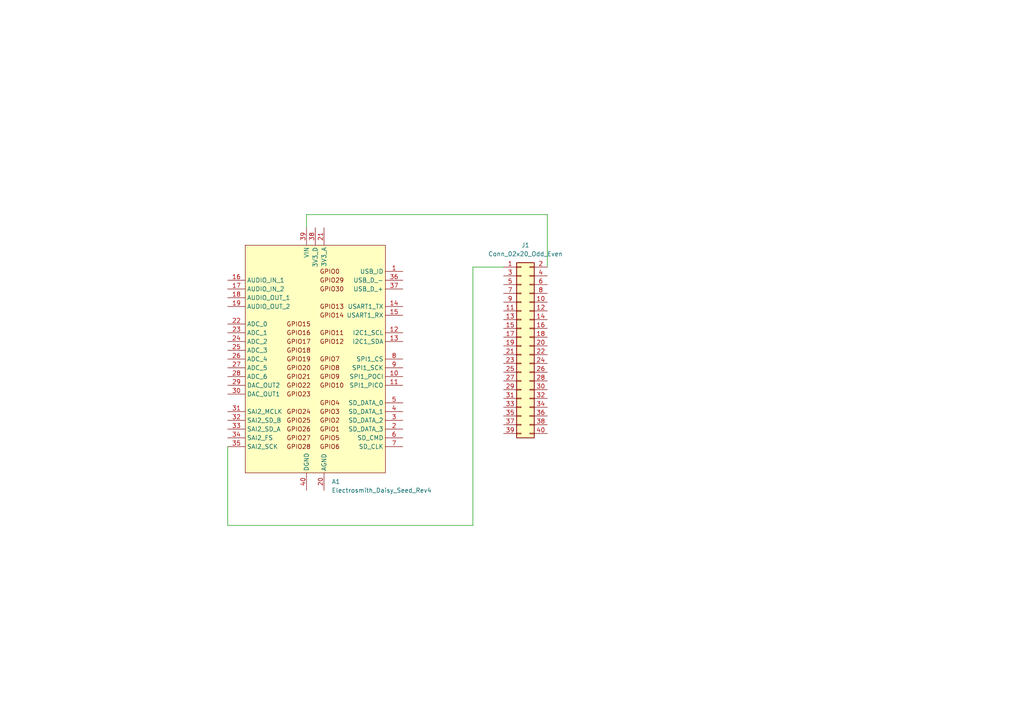
<source format=kicad_sch>
(kicad_sch (version 20230121) (generator eeschema)
  (paper "A4")
  (lib_symbols
    (symbol "Connector_Generic:Conn_02x20_Odd_Even" (pin_names (offset 1.016) hide)
      (property "Reference" "J" (at 1.27 25.4 0))
      (property "Value" "Conn_02x20_Odd_Even" (at 1.27 -27.94 0))
      (symbol "Conn_02x20_Odd_Even_1_1"
        (rectangle (start -1.27 -25.273) (end 0 -25.527) (stroke (width 0.1524)))
        (rectangle (start -1.27 -22.733) (end 0 -22.987) (stroke (width 0.1524)))
        (rectangle (start -1.27 -20.193) (end 0 -20.447) (stroke (width 0.1524)))
        (rectangle (start -1.27 -17.653) (end 0 -17.907) (stroke (width 0.1524)))
        (rectangle (start -1.27 -15.113) (end 0 -15.367) (stroke (width 0.1524)))
        (rectangle (start -1.27 -12.573) (end 0 -12.827) (stroke (width 0.1524)))
        (rectangle (start -1.27 -10.033) (end 0 -10.287) (stroke (width 0.1524)))
        (rectangle (start -1.27 -7.493) (end 0 -7.747) (stroke (width 0.1524)))
        (rectangle (start -1.27 -4.953) (end 0 -5.207) (stroke (width 0.1524)))
        (rectangle (start -1.27 -2.413) (end 0 -2.667) (stroke (width 0.1524)))
        (rectangle (start -1.27 0.127) (end 0 -0.127) (stroke (width 0.1524)))
        (rectangle (start -1.27 2.667) (end 0 2.413) (stroke (width 0.1524)))
        (rectangle (start -1.27 5.207) (end 0 4.953) (stroke (width 0.1524)))
        (rectangle (start -1.27 7.747) (end 0 7.493) (stroke (width 0.1524)))
        (rectangle (start -1.27 10.287) (end 0 10.033) (stroke (width 0.1524)))
        (rectangle (start -1.27 12.827) (end 0 12.573) (stroke (width 0.1524)))
        (rectangle (start -1.27 15.367) (end 0 15.113) (stroke (width 0.1524)))
        (rectangle (start -1.27 17.907) (end 0 17.653) (stroke (width 0.1524)))
        (rectangle (start -1.27 20.447) (end 0 20.193) (stroke (width 0.1524)))
        (rectangle (start -1.27 22.987) (end 0 22.733) (stroke (width 0.1524)))
        (rectangle (start -1.27 24.13) (end 3.81 -26.67) (stroke (width 0.254)) (fill (type background)))
        (rectangle (start 3.81 -25.273) (end 2.54 -25.527) (stroke (width 0.1524)))
        (rectangle (start 3.81 -22.733) (end 2.54 -22.987) (stroke (width 0.1524)))
        (rectangle (start 3.81 -20.193) (end 2.54 -20.447) (stroke (width 0.1524)))
        (rectangle (start 3.81 -17.653) (end 2.54 -17.907) (stroke (width 0.1524)))
        (rectangle (start 3.81 -15.113) (end 2.54 -15.367) (stroke (width 0.1524)))
        (rectangle (start 3.81 -12.573) (end 2.54 -12.827) (stroke (width 0.1524)))
        (rectangle (start 3.81 -10.033) (end 2.54 -10.287) (stroke (width 0.1524)))
        (rectangle (start 3.81 -7.493) (end 2.54 -7.747) (stroke (width 0.1524)))
        (rectangle (start 3.81 -4.953) (end 2.54 -5.207) (stroke (width 0.1524)))
        (rectangle (start 3.81 -2.413) (end 2.54 -2.667) (stroke (width 0.1524)))
        (rectangle (start 3.81 0.127) (end 2.54 -0.127) (stroke (width 0.1524)))
        (rectangle (start 3.81 2.667) (end 2.54 2.413) (stroke (width 0.1524)))
        (rectangle (start 3.81 5.207) (end 2.54 4.953) (stroke (width 0.1524)))
        (rectangle (start 3.81 7.747) (end 2.54 7.493) (stroke (width 0.1524)))
        (rectangle (start 3.81 10.287) (end 2.54 10.033) (stroke (width 0.1524)))
        (rectangle (start 3.81 12.827) (end 2.54 12.573) (stroke (width 0.1524)))
        (rectangle (start 3.81 15.367) (end 2.54 15.113) (stroke (width 0.1524)))
        (rectangle (start 3.81 17.907) (end 2.54 17.653) (stroke (width 0.1524)))
        (rectangle (start 3.81 20.447) (end 2.54 20.193) (stroke (width 0.1524)))
        (rectangle (start 3.81 22.987) (end 2.54 22.733) (stroke (width 0.1524)))
        (pin passive line (at -5.08 22.86 0) (length 3.81) (name "Pin_1") (number "1"))
        (pin passive line (at 7.62 12.7 180) (length 3.81) (name "Pin_10") (number "10"))
        (pin passive line (at -5.08 10.16 0) (length 3.81) (name "Pin_11") (number "11"))
        (pin passive line (at 7.62 10.16 180) (length 3.81) (name "Pin_12") (number "12"))
        (pin passive line (at -5.08 7.62 0) (length 3.81) (name "Pin_13") (number "13"))
        (pin passive line (at 7.62 7.62 180) (length 3.81) (name "Pin_14") (number "14"))
        (pin passive line (at -5.08 5.08 0) (length 3.81) (name "Pin_15") (number "15"))
        (pin passive line (at 7.62 5.08 180) (length 3.81) (name "Pin_16") (number "16"))
        (pin passive line (at -5.08 2.54 0) (length 3.81) (name "Pin_17") (number "17"))
        (pin passive line (at 7.62 2.54 180) (length 3.81) (name "Pin_18") (number "18"))
        (pin passive line (at -5.08 0 0) (length 3.81) (name "Pin_19") (number "19"))
        (pin passive line (at 7.62 22.86 180) (length 3.81) (name "Pin_2") (number "2"))
        (pin passive line (at 7.62 0 180) (length 3.81) (name "Pin_20") (number "20"))
        (pin passive line (at -5.08 -2.54 0) (length 3.81) (name "Pin_21") (number "21"))
        (pin passive line (at 7.62 -2.54 180) (length 3.81) (name "Pin_22") (number "22"))
        (pin passive line (at -5.08 -5.08 0) (length 3.81) (name "Pin_23") (number "23"))
        (pin passive line (at 7.62 -5.08 180) (length 3.81) (name "Pin_24") (number "24"))
        (pin passive line (at -5.08 -7.62 0) (length 3.81) (name "Pin_25") (number "25"))
        (pin passive line (at 7.62 -7.62 180) (length 3.81) (name "Pin_26") (number "26"))
        (pin passive line (at -5.08 -10.16 0) (length 3.81) (name "Pin_27") (number "27"))
        (pin passive line (at 7.62 -10.16 180) (length 3.81) (name "Pin_28") (number "28"))
        (pin passive line (at -5.08 -12.7 0) (length 3.81) (name "Pin_29") (number "29"))
        (pin passive line (at -5.08 20.32 0) (length 3.81) (name "Pin_3") (number "3"))
        (pin passive line (at 7.62 -12.7 180) (length 3.81) (name "Pin_30") (number "30"))
        (pin passive line (at -5.08 -15.24 0) (length 3.81) (name "Pin_31") (number "31"))
        (pin passive line (at 7.62 -15.24 180) (length 3.81) (name "Pin_32") (number "32"))
        (pin passive line (at -5.08 -17.78 0) (length 3.81) (name "Pin_33") (number "33"))
        (pin passive line (at 7.62 -17.78 180) (length 3.81) (name "Pin_34") (number "34"))
        (pin passive line (at -5.08 -20.32 0) (length 3.81) (name "Pin_35") (number "35"))
        (pin passive line (at 7.62 -20.32 180) (length 3.81) (name "Pin_36") (number "36"))
        (pin passive line (at -5.08 -22.86 0) (length 3.81) (name "Pin_37") (number "37"))
        (pin passive line (at 7.62 -22.86 180) (length 3.81) (name "Pin_38") (number "38"))
        (pin passive line (at -5.08 -25.4 0) (length 3.81) (name "Pin_39") (number "39"))
        (pin passive line (at 7.62 20.32 180) (length 3.81) (name "Pin_4") (number "4"))
        (pin passive line (at 7.62 -25.4 180) (length 3.81) (name "Pin_40") (number "40"))
        (pin passive line (at -5.08 17.78 0) (length 3.81) (name "Pin_5") (number "5"))
        (pin passive line (at 7.62 17.78 180) (length 3.81) (name "Pin_6") (number "6"))
        (pin passive line (at -5.08 15.24 0) (length 3.81) (name "Pin_7") (number "7"))
        (pin passive line (at 7.62 15.24 180) (length 3.81) (name "Pin_8") (number "8"))
        (pin passive line (at -5.08 12.7 0) (length 3.81) (name "Pin_9") (number "9"))
      )
    )
    (symbol "MCU_Module:Electrosmith_Daisy_Seed_Rev4"
      (property "Reference" "A" (at -20.32 34.29 0))
      (property "Value" "Electrosmith_Daisy_Seed_Rev4" (at 33.02 34.29 0))
      (symbol "Electrosmith_Daisy_Seed_Rev4_0_0"
        (text "GPIO0" (at 1.27 25.4 0) (effects (font (size 1.27 1.27)) (justify left)))
        (text "GPIO1" (at 1.27 -20.32 0) (effects (font (size 1.27 1.27)) (justify left)))
        (text "GPIO10" (at 1.27 -7.62 0) (effects (font (size 1.27 1.27)) (justify left)))
        (text "GPIO11" (at 1.27 7.62 0) (effects (font (size 1.27 1.27)) (justify left)))
        (text "GPIO12" (at 1.27 5.08 0) (effects (font (size 1.27 1.27)) (justify left)))
        (text "GPIO13" (at 1.27 15.24 0) (effects (font (size 1.27 1.27)) (justify left)))
        (text "GPIO14" (at 1.27 12.7 0) (effects (font (size 1.27 1.27)) (justify left)))
        (text "GPIO15" (at -1.27 10.16 0) (effects (font (size 1.27 1.27)) (justify right)))
        (text "GPIO16" (at -1.27 7.62 0) (effects (font (size 1.27 1.27)) (justify right)))
        (text "GPIO17" (at -1.27 5.08 0) (effects (font (size 1.27 1.27)) (justify right)))
        (text "GPIO18" (at -1.27 2.54 0) (effects (font (size 1.27 1.27)) (justify right)))
        (text "GPIO19" (at -1.27 0 0) (effects (font (size 1.27 1.27)) (justify right)))
        (text "GPIO2" (at 1.27 -17.78 0) (effects (font (size 1.27 1.27)) (justify left)))
        (text "GPIO20" (at -1.27 -2.54 0) (effects (font (size 1.27 1.27)) (justify right)))
        (text "GPIO21" (at -1.27 -5.08 0) (effects (font (size 1.27 1.27)) (justify right)))
        (text "GPIO22" (at -1.27 -7.62 0) (effects (font (size 1.27 1.27)) (justify right)))
        (text "GPIO23" (at -1.27 -10.16 0) (effects (font (size 1.27 1.27)) (justify right)))
        (text "GPIO24" (at -1.27 -15.24 0) (effects (font (size 1.27 1.27)) (justify right)))
        (text "GPIO25" (at -1.27 -17.78 0) (effects (font (size 1.27 1.27)) (justify right)))
        (text "GPIO26" (at -1.27 -20.32 0) (effects (font (size 1.27 1.27)) (justify right)))
        (text "GPIO27" (at -1.27 -22.86 0) (effects (font (size 1.27 1.27)) (justify right)))
        (text "GPIO28" (at -1.27 -25.4 0) (effects (font (size 1.27 1.27)) (justify right)))
        (text "GPIO29" (at 1.27 22.86 0) (effects (font (size 1.27 1.27)) (justify left)))
        (text "GPIO3" (at 1.27 -15.24 0) (effects (font (size 1.27 1.27)) (justify left)))
        (text "GPIO30" (at 1.27 20.32 0) (effects (font (size 1.27 1.27)) (justify left)))
        (text "GPIO4" (at 1.27 -12.7 0) (effects (font (size 1.27 1.27)) (justify left)))
        (text "GPIO5" (at 1.27 -22.86 0) (effects (font (size 1.27 1.27)) (justify left)))
        (text "GPIO6" (at 1.27 -25.4 0) (effects (font (size 1.27 1.27)) (justify left)))
        (text "GPIO7" (at 1.27 0 0) (effects (font (size 1.27 1.27)) (justify left)))
        (text "GPIO8" (at 1.27 -2.54 0) (effects (font (size 1.27 1.27)) (justify left)))
        (text "GPIO9" (at 1.27 -5.08 0) (effects (font (size 1.27 1.27)) (justify left)))
        (pin bidirectional line (at 25.4 25.4 180) (length 5.08) (name "USB_ID") (number "1"))
        (pin bidirectional line (at 25.4 -5.08 180) (length 5.08) (name "SPI1_POCI") (number "10"))
        (pin bidirectional line (at 25.4 -7.62 180) (length 5.08) (name "SPI1_PICO") (number "11"))
        (pin bidirectional line (at 25.4 7.62 180) (length 5.08) (name "I2C1_SCL") (number "12"))
        (pin bidirectional line (at 25.4 5.08 180) (length 5.08) (name "I2C1_SDA") (number "13"))
        (pin bidirectional line (at 25.4 15.24 180) (length 5.08) (name "USART1_TX") (number "14"))
        (pin bidirectional line (at 25.4 12.7 180) (length 5.08) (name "USART1_RX") (number "15"))
        (pin input line (at -25.4 22.86 0) (length 5.08) (name "AUDIO_IN_1") (number "16"))
        (pin input line (at -25.4 20.32 0) (length 5.08) (name "AUDIO_IN_2") (number "17"))
        (pin output line (at -25.4 17.78 0) (length 5.08) (name "AUDIO_OUT_1") (number "18"))
        (pin output line (at -25.4 15.24 0) (length 5.08) (name "AUDIO_OUT_2") (number "19"))
        (pin bidirectional line (at 25.4 -20.32 180) (length 5.08) (name "SD_DATA_3") (number "2"))
        (pin power_in line (at 2.54 -38.1 90) (length 5.08) (name "AGND") (number "20"))
        (pin power_out line (at 2.54 38.1 270) (length 5.08) (name "3V3_A") (number "21"))
        (pin bidirectional line (at -25.4 10.16 0) (length 5.08) (name "ADC_0") (number "22"))
        (pin bidirectional line (at -25.4 7.62 0) (length 5.08) (name "ADC_1") (number "23"))
        (pin bidirectional line (at -25.4 5.08 0) (length 5.08) (name "ADC_2") (number "24"))
        (pin bidirectional line (at -25.4 2.54 0) (length 5.08) (name "ADC_3") (number "25"))
        (pin bidirectional line (at -25.4 0 0) (length 5.08) (name "ADC_4") (number "26"))
        (pin bidirectional line (at -25.4 -2.54 0) (length 5.08) (name "ADC_5") (number "27"))
        (pin bidirectional line (at -25.4 -5.08 0) (length 5.08) (name "ADC_6") (number "28"))
        (pin bidirectional line (at -25.4 -7.62 0) (length 5.08) (name "DAC_OUT2") (number "29"))
        (pin bidirectional line (at 25.4 -17.78 180) (length 5.08) (name "SD_DATA_2") (number "3"))
        (pin bidirectional line (at -25.4 -10.16 0) (length 5.08) (name "DAC_OUT1") (number "30"))
        (pin bidirectional line (at -25.4 -15.24 0) (length 5.08) (name "SAI2_MCLK") (number "31"))
        (pin bidirectional line (at -25.4 -17.78 0) (length 5.08) (name "SAI2_SD_B") (number "32"))
        (pin bidirectional line (at -25.4 -20.32 0) (length 5.08) (name "SAI2_SD_A") (number "33"))
        (pin bidirectional line (at -25.4 -22.86 0) (length 5.08) (name "SAI2_FS") (number "34"))
        (pin bidirectional line (at -25.4 -25.4 0) (length 5.08) (name "SAI2_SCK") (number "35"))
        (pin bidirectional line (at 25.4 22.86 180) (length 5.08) (name "USB_D_-") (number "36"))
        (pin bidirectional line (at 25.4 20.32 180) (length 5.08) (name "USB_D_+") (number "37"))
        (pin power_out line (at 0 38.1 270) (length 5.08) (name "3V3_D") (number "38"))
        (pin power_in line (at -2.54 38.1 270) (length 5.08) (name "VIN") (number "39"))
        (pin bidirectional line (at 25.4 -15.24 180) (length 5.08) (name "SD_DATA_1") (number "4"))
        (pin power_in line (at -2.54 -38.1 90) (length 5.08) (name "DGND") (number "40"))
        (pin bidirectional line (at 25.4 -12.7 180) (length 5.08) (name "SD_DATA_0") (number "5"))
        (pin bidirectional line (at 25.4 -22.86 180) (length 5.08) (name "SD_CMD") (number "6"))
        (pin bidirectional line (at 25.4 -25.4 180) (length 5.08) (name "SD_CLK") (number "7"))
        (pin bidirectional line (at 25.4 0 180) (length 5.08) (name "SPI1_CS") (number "8"))
        (pin bidirectional line (at 25.4 -2.54 180) (length 5.08) (name "SPI1_SCK") (number "9"))
      )
      (symbol "Electrosmith_Daisy_Seed_Rev4_0_1"
        (rectangle (start -20.32 33.02) (end 20.32 -33.02) (fill (type background)))
      )
    )
  )
  (wire (pts (xy 137.16 152.4) (xy 66.04 152.4)))
  (wire (pts (xy 66.04 152.4) (xy 66.04 129.54)))
  (wire (pts (xy 146.05 77.47) (xy 137.16 77.47)))
  (wire (pts (xy 158.75 77.47) (xy 158.75 62.23)))
  (wire (pts (xy 158.75 62.23) (xy 88.9 62.23)))
  (wire (pts (xy 88.9 62.23) (xy 88.9 66.04)))
  (wire (pts (xy 137.16 77.47) (xy 137.16 152.4)))
  (symbol (lib_id "Connector_Generic:Conn_02x20_Odd_Even") (at 151.13 100.33 0) (unit 1)
    (property "Reference" "J1" (at 152.4 71.12 0))
    (property "Value" "Conn_02x20_Odd_Even" (at 152.4 73.66 0))
    (property "Footprint" "Connector_PinHeader_2.54mm:PinHeader_2x20_P2.54mm_Vertical_SMD" (effects hide))
  )
  (symbol (lib_id "MCU_Module:Electrosmith_Daisy_Seed_Rev4") (at 91.44 104.14 0) (unit 1)
    (property "Reference" "A1" (at 96.1741 139.7 0) (effects (justify left)))
    (property "Value" "Electrosmith_Daisy_Seed_Rev4" (at 96.1741 142.24 0) (effects (justify left)))
    (property "Footprint" "Module:Electrosmith_Daisy_Seed" (effects hide))
    (property "Datasheet" "https://static1.squarespace.com/static/58d03fdc1b10e3bf442567b8/t/6227e6236f02fb68d1577146/1646781988478/Daisy_Seed_datasheet_v1.0.3.pdf" (effects hide))
  )
)
</source>
